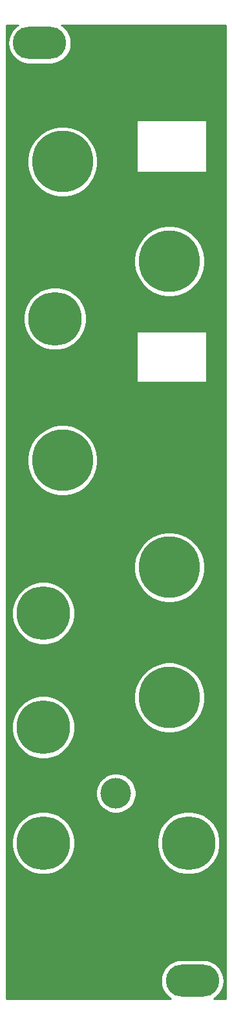
<source format=gbr>
%TF.GenerationSoftware,KiCad,Pcbnew,5.1.9+dfsg1-1~bpo10+1*%
%TF.CreationDate,2022-02-07T13:51:08+08:00*%
%TF.ProjectId,MiniVCF v1.0 - Front,4d696e69-5643-4462-9076-312e30202d20,rev?*%
%TF.SameCoordinates,Original*%
%TF.FileFunction,Copper,L2,Bot*%
%TF.FilePolarity,Positive*%
%FSLAX46Y46*%
G04 Gerber Fmt 4.6, Leading zero omitted, Abs format (unit mm)*
G04 Created by KiCad (PCBNEW 5.1.9+dfsg1-1~bpo10+1) date 2022-02-07 13:51:08*
%MOMM*%
%LPD*%
G01*
G04 APERTURE LIST*
%TA.AperFunction,ComponentPad*%
%ADD10O,7.000000X4.200000*%
%TD*%
%TA.AperFunction,ComponentPad*%
%ADD11C,7.000000*%
%TD*%
%TA.AperFunction,ComponentPad*%
%ADD12C,8.000000*%
%TD*%
%TA.AperFunction,ViaPad*%
%ADD13C,4.000000*%
%TD*%
%TA.AperFunction,NonConductor*%
%ADD14C,0.254000*%
%TD*%
%TA.AperFunction,NonConductor*%
%ADD15C,0.100000*%
%TD*%
G04 APERTURE END LIST*
D10*
%TO.P,REF\u002A\u002A,*%
%TO.N,*%
X65000000Y-165500000D03*
X45000000Y-43000000D03*
%TD*%
D11*
%TO.P,REF\u002A\u002A,*%
%TO.N,*%
X47000000Y-79000000D03*
%TD*%
D12*
%TO.P,REF\u002A\u002A,*%
%TO.N,*%
X48000000Y-97500000D03*
%TD*%
%TO.P,REF\u002A\u002A,*%
%TO.N,*%
X62000000Y-71500000D03*
%TD*%
%TO.P,REF\u002A\u002A,*%
%TO.N,*%
X48000000Y-58500000D03*
%TD*%
%TO.P,REF\u002A\u002A,*%
%TO.N,*%
X62000000Y-111500000D03*
%TD*%
%TO.P,REF\u002A\u002A,*%
%TO.N,*%
X62000000Y-128500000D03*
%TD*%
D11*
%TO.P,REF\u002A\u002A,*%
%TO.N,*%
X45500000Y-117500000D03*
%TD*%
%TO.P,REF\u002A\u002A,*%
%TO.N,*%
X45500000Y-132400000D03*
%TD*%
%TO.P,REF\u002A\u002A,*%
%TO.N,*%
X45500000Y-147500000D03*
%TD*%
%TO.P,REF\u002A\u002A,*%
%TO.N,*%
X64500000Y-147500000D03*
%TD*%
D13*
%TO.N,*%
X55000000Y-141000000D03*
%TD*%
D14*
X42073164Y-40714928D02*
X41656706Y-41056706D01*
X41314928Y-41473164D01*
X41060964Y-41948297D01*
X40904574Y-42463846D01*
X40851767Y-43000000D01*
X40904574Y-43536154D01*
X41060964Y-44051703D01*
X41314928Y-44526836D01*
X41656706Y-44943294D01*
X42073164Y-45285072D01*
X42548297Y-45539036D01*
X43063846Y-45695426D01*
X43465644Y-45735000D01*
X46534356Y-45735000D01*
X46936154Y-45695426D01*
X47451703Y-45539036D01*
X47926836Y-45285072D01*
X48343294Y-44943294D01*
X48685072Y-44526836D01*
X48939036Y-44051703D01*
X49095426Y-43536154D01*
X49148233Y-43000000D01*
X49095426Y-42463846D01*
X48939036Y-41948297D01*
X48685072Y-41473164D01*
X48343294Y-41056706D01*
X47926836Y-40714928D01*
X47824073Y-40660000D01*
X69340000Y-40660000D01*
X69340001Y-167840000D01*
X67824073Y-167840000D01*
X67926836Y-167785072D01*
X68343294Y-167443294D01*
X68685072Y-167026836D01*
X68939036Y-166551703D01*
X69095426Y-166036154D01*
X69148233Y-165500000D01*
X69095426Y-164963846D01*
X68939036Y-164448297D01*
X68685072Y-163973164D01*
X68343294Y-163556706D01*
X67926836Y-163214928D01*
X67451703Y-162960964D01*
X66936154Y-162804574D01*
X66534356Y-162765000D01*
X63465644Y-162765000D01*
X63063846Y-162804574D01*
X62548297Y-162960964D01*
X62073164Y-163214928D01*
X61656706Y-163556706D01*
X61314928Y-163973164D01*
X61060964Y-164448297D01*
X60904574Y-164963846D01*
X60851767Y-165500000D01*
X60904574Y-166036154D01*
X61060964Y-166551703D01*
X61314928Y-167026836D01*
X61656706Y-167443294D01*
X62073164Y-167785072D01*
X62175927Y-167840000D01*
X40660000Y-167840000D01*
X40660000Y-147092738D01*
X41365000Y-147092738D01*
X41365000Y-147907262D01*
X41523906Y-148706135D01*
X41835611Y-149458657D01*
X42288136Y-150135909D01*
X42864091Y-150711864D01*
X43541343Y-151164389D01*
X44293865Y-151476094D01*
X45092738Y-151635000D01*
X45907262Y-151635000D01*
X46706135Y-151476094D01*
X47458657Y-151164389D01*
X48135909Y-150711864D01*
X48711864Y-150135909D01*
X49164389Y-149458657D01*
X49476094Y-148706135D01*
X49635000Y-147907262D01*
X49635000Y-147092738D01*
X60365000Y-147092738D01*
X60365000Y-147907262D01*
X60523906Y-148706135D01*
X60835611Y-149458657D01*
X61288136Y-150135909D01*
X61864091Y-150711864D01*
X62541343Y-151164389D01*
X63293865Y-151476094D01*
X64092738Y-151635000D01*
X64907262Y-151635000D01*
X65706135Y-151476094D01*
X66458657Y-151164389D01*
X67135909Y-150711864D01*
X67711864Y-150135909D01*
X68164389Y-149458657D01*
X68476094Y-148706135D01*
X68635000Y-147907262D01*
X68635000Y-147092738D01*
X68476094Y-146293865D01*
X68164389Y-145541343D01*
X67711864Y-144864091D01*
X67135909Y-144288136D01*
X66458657Y-143835611D01*
X65706135Y-143523906D01*
X64907262Y-143365000D01*
X64092738Y-143365000D01*
X63293865Y-143523906D01*
X62541343Y-143835611D01*
X61864091Y-144288136D01*
X61288136Y-144864091D01*
X60835611Y-145541343D01*
X60523906Y-146293865D01*
X60365000Y-147092738D01*
X49635000Y-147092738D01*
X49476094Y-146293865D01*
X49164389Y-145541343D01*
X48711864Y-144864091D01*
X48135909Y-144288136D01*
X47458657Y-143835611D01*
X46706135Y-143523906D01*
X45907262Y-143365000D01*
X45092738Y-143365000D01*
X44293865Y-143523906D01*
X43541343Y-143835611D01*
X42864091Y-144288136D01*
X42288136Y-144864091D01*
X41835611Y-145541343D01*
X41523906Y-146293865D01*
X41365000Y-147092738D01*
X40660000Y-147092738D01*
X40660000Y-140740475D01*
X52365000Y-140740475D01*
X52365000Y-141259525D01*
X52466261Y-141768601D01*
X52664893Y-142248141D01*
X52953262Y-142679715D01*
X53320285Y-143046738D01*
X53751859Y-143335107D01*
X54231399Y-143533739D01*
X54740475Y-143635000D01*
X55259525Y-143635000D01*
X55768601Y-143533739D01*
X56248141Y-143335107D01*
X56679715Y-143046738D01*
X57046738Y-142679715D01*
X57335107Y-142248141D01*
X57533739Y-141768601D01*
X57635000Y-141259525D01*
X57635000Y-140740475D01*
X57533739Y-140231399D01*
X57335107Y-139751859D01*
X57046738Y-139320285D01*
X56679715Y-138953262D01*
X56248141Y-138664893D01*
X55768601Y-138466261D01*
X55259525Y-138365000D01*
X54740475Y-138365000D01*
X54231399Y-138466261D01*
X53751859Y-138664893D01*
X53320285Y-138953262D01*
X52953262Y-139320285D01*
X52664893Y-139751859D01*
X52466261Y-140231399D01*
X52365000Y-140740475D01*
X40660000Y-140740475D01*
X40660000Y-131992738D01*
X41365000Y-131992738D01*
X41365000Y-132807262D01*
X41523906Y-133606135D01*
X41835611Y-134358657D01*
X42288136Y-135035909D01*
X42864091Y-135611864D01*
X43541343Y-136064389D01*
X44293865Y-136376094D01*
X45092738Y-136535000D01*
X45907262Y-136535000D01*
X46706135Y-136376094D01*
X47458657Y-136064389D01*
X48135909Y-135611864D01*
X48711864Y-135035909D01*
X49164389Y-134358657D01*
X49476094Y-133606135D01*
X49635000Y-132807262D01*
X49635000Y-131992738D01*
X49476094Y-131193865D01*
X49164389Y-130441343D01*
X48711864Y-129764091D01*
X48135909Y-129188136D01*
X47458657Y-128735611D01*
X46706135Y-128423906D01*
X45907262Y-128265000D01*
X45092738Y-128265000D01*
X44293865Y-128423906D01*
X43541343Y-128735611D01*
X42864091Y-129188136D01*
X42288136Y-129764091D01*
X41835611Y-130441343D01*
X41523906Y-131193865D01*
X41365000Y-131992738D01*
X40660000Y-131992738D01*
X40660000Y-128043492D01*
X57365000Y-128043492D01*
X57365000Y-128956508D01*
X57543120Y-129851980D01*
X57892516Y-130695496D01*
X58399760Y-131454640D01*
X59045360Y-132100240D01*
X59804504Y-132607484D01*
X60648020Y-132956880D01*
X61543492Y-133135000D01*
X62456508Y-133135000D01*
X63351980Y-132956880D01*
X64195496Y-132607484D01*
X64954640Y-132100240D01*
X65600240Y-131454640D01*
X66107484Y-130695496D01*
X66456880Y-129851980D01*
X66635000Y-128956508D01*
X66635000Y-128043492D01*
X66456880Y-127148020D01*
X66107484Y-126304504D01*
X65600240Y-125545360D01*
X64954640Y-124899760D01*
X64195496Y-124392516D01*
X63351980Y-124043120D01*
X62456508Y-123865000D01*
X61543492Y-123865000D01*
X60648020Y-124043120D01*
X59804504Y-124392516D01*
X59045360Y-124899760D01*
X58399760Y-125545360D01*
X57892516Y-126304504D01*
X57543120Y-127148020D01*
X57365000Y-128043492D01*
X40660000Y-128043492D01*
X40660000Y-117092738D01*
X41365000Y-117092738D01*
X41365000Y-117907262D01*
X41523906Y-118706135D01*
X41835611Y-119458657D01*
X42288136Y-120135909D01*
X42864091Y-120711864D01*
X43541343Y-121164389D01*
X44293865Y-121476094D01*
X45092738Y-121635000D01*
X45907262Y-121635000D01*
X46706135Y-121476094D01*
X47458657Y-121164389D01*
X48135909Y-120711864D01*
X48711864Y-120135909D01*
X49164389Y-119458657D01*
X49476094Y-118706135D01*
X49635000Y-117907262D01*
X49635000Y-117092738D01*
X49476094Y-116293865D01*
X49164389Y-115541343D01*
X48711864Y-114864091D01*
X48135909Y-114288136D01*
X47458657Y-113835611D01*
X46706135Y-113523906D01*
X45907262Y-113365000D01*
X45092738Y-113365000D01*
X44293865Y-113523906D01*
X43541343Y-113835611D01*
X42864091Y-114288136D01*
X42288136Y-114864091D01*
X41835611Y-115541343D01*
X41523906Y-116293865D01*
X41365000Y-117092738D01*
X40660000Y-117092738D01*
X40660000Y-111043492D01*
X57365000Y-111043492D01*
X57365000Y-111956508D01*
X57543120Y-112851980D01*
X57892516Y-113695496D01*
X58399760Y-114454640D01*
X59045360Y-115100240D01*
X59804504Y-115607484D01*
X60648020Y-115956880D01*
X61543492Y-116135000D01*
X62456508Y-116135000D01*
X63351980Y-115956880D01*
X64195496Y-115607484D01*
X64954640Y-115100240D01*
X65600240Y-114454640D01*
X66107484Y-113695496D01*
X66456880Y-112851980D01*
X66635000Y-111956508D01*
X66635000Y-111043492D01*
X66456880Y-110148020D01*
X66107484Y-109304504D01*
X65600240Y-108545360D01*
X64954640Y-107899760D01*
X64195496Y-107392516D01*
X63351980Y-107043120D01*
X62456508Y-106865000D01*
X61543492Y-106865000D01*
X60648020Y-107043120D01*
X59804504Y-107392516D01*
X59045360Y-107899760D01*
X58399760Y-108545360D01*
X57892516Y-109304504D01*
X57543120Y-110148020D01*
X57365000Y-111043492D01*
X40660000Y-111043492D01*
X40660000Y-97043492D01*
X43365000Y-97043492D01*
X43365000Y-97956508D01*
X43543120Y-98851980D01*
X43892516Y-99695496D01*
X44399760Y-100454640D01*
X45045360Y-101100240D01*
X45804504Y-101607484D01*
X46648020Y-101956880D01*
X47543492Y-102135000D01*
X48456508Y-102135000D01*
X49351980Y-101956880D01*
X50195496Y-101607484D01*
X50954640Y-101100240D01*
X51600240Y-100454640D01*
X52107484Y-99695496D01*
X52456880Y-98851980D01*
X52635000Y-97956508D01*
X52635000Y-97043492D01*
X52456880Y-96148020D01*
X52107484Y-95304504D01*
X51600240Y-94545360D01*
X50954640Y-93899760D01*
X50195496Y-93392516D01*
X49351980Y-93043120D01*
X48456508Y-92865000D01*
X47543492Y-92865000D01*
X46648020Y-93043120D01*
X45804504Y-93392516D01*
X45045360Y-93899760D01*
X44399760Y-94545360D01*
X43892516Y-95304504D01*
X43543120Y-96148020D01*
X43365000Y-97043492D01*
X40660000Y-97043492D01*
X40660000Y-78592738D01*
X42865000Y-78592738D01*
X42865000Y-79407262D01*
X43023906Y-80206135D01*
X43335611Y-80958657D01*
X43788136Y-81635909D01*
X44364091Y-82211864D01*
X45041343Y-82664389D01*
X45793865Y-82976094D01*
X46592738Y-83135000D01*
X47407262Y-83135000D01*
X48206135Y-82976094D01*
X48958657Y-82664389D01*
X49635909Y-82211864D01*
X50211864Y-81635909D01*
X50664389Y-80958657D01*
X50730106Y-80800000D01*
X57673000Y-80800000D01*
X57673000Y-87200000D01*
X57675440Y-87224776D01*
X57682667Y-87248601D01*
X57694403Y-87270557D01*
X57710197Y-87289803D01*
X57729443Y-87305597D01*
X57751399Y-87317333D01*
X57775224Y-87324560D01*
X57800000Y-87327000D01*
X66800000Y-87327000D01*
X66824776Y-87324560D01*
X66848601Y-87317333D01*
X66870557Y-87305597D01*
X66889803Y-87289803D01*
X66905597Y-87270557D01*
X66917333Y-87248601D01*
X66924560Y-87224776D01*
X66927000Y-87200000D01*
X66927000Y-80800000D01*
X66924560Y-80775224D01*
X66917333Y-80751399D01*
X66905597Y-80729443D01*
X66889803Y-80710197D01*
X66870557Y-80694403D01*
X66848601Y-80682667D01*
X66824776Y-80675440D01*
X66800000Y-80673000D01*
X57800000Y-80673000D01*
X57775224Y-80675440D01*
X57751399Y-80682667D01*
X57729443Y-80694403D01*
X57710197Y-80710197D01*
X57694403Y-80729443D01*
X57682667Y-80751399D01*
X57675440Y-80775224D01*
X57673000Y-80800000D01*
X50730106Y-80800000D01*
X50976094Y-80206135D01*
X51135000Y-79407262D01*
X51135000Y-78592738D01*
X50976094Y-77793865D01*
X50664389Y-77041343D01*
X50211864Y-76364091D01*
X49635909Y-75788136D01*
X48958657Y-75335611D01*
X48206135Y-75023906D01*
X47407262Y-74865000D01*
X46592738Y-74865000D01*
X45793865Y-75023906D01*
X45041343Y-75335611D01*
X44364091Y-75788136D01*
X43788136Y-76364091D01*
X43335611Y-77041343D01*
X43023906Y-77793865D01*
X42865000Y-78592738D01*
X40660000Y-78592738D01*
X40660000Y-71043492D01*
X57365000Y-71043492D01*
X57365000Y-71956508D01*
X57543120Y-72851980D01*
X57892516Y-73695496D01*
X58399760Y-74454640D01*
X59045360Y-75100240D01*
X59804504Y-75607484D01*
X60648020Y-75956880D01*
X61543492Y-76135000D01*
X62456508Y-76135000D01*
X63351980Y-75956880D01*
X64195496Y-75607484D01*
X64954640Y-75100240D01*
X65600240Y-74454640D01*
X66107484Y-73695496D01*
X66456880Y-72851980D01*
X66635000Y-71956508D01*
X66635000Y-71043492D01*
X66456880Y-70148020D01*
X66107484Y-69304504D01*
X65600240Y-68545360D01*
X64954640Y-67899760D01*
X64195496Y-67392516D01*
X63351980Y-67043120D01*
X62456508Y-66865000D01*
X61543492Y-66865000D01*
X60648020Y-67043120D01*
X59804504Y-67392516D01*
X59045360Y-67899760D01*
X58399760Y-68545360D01*
X57892516Y-69304504D01*
X57543120Y-70148020D01*
X57365000Y-71043492D01*
X40660000Y-71043492D01*
X40660000Y-58043492D01*
X43365000Y-58043492D01*
X43365000Y-58956508D01*
X43543120Y-59851980D01*
X43892516Y-60695496D01*
X44399760Y-61454640D01*
X45045360Y-62100240D01*
X45804504Y-62607484D01*
X46648020Y-62956880D01*
X47543492Y-63135000D01*
X48456508Y-63135000D01*
X49351980Y-62956880D01*
X50195496Y-62607484D01*
X50954640Y-62100240D01*
X51600240Y-61454640D01*
X52107484Y-60695496D01*
X52456880Y-59851980D01*
X52635000Y-58956508D01*
X52635000Y-58043492D01*
X52456880Y-57148020D01*
X52107484Y-56304504D01*
X51600240Y-55545360D01*
X50954640Y-54899760D01*
X50195496Y-54392516D01*
X49351980Y-54043120D01*
X48456508Y-53865000D01*
X47543492Y-53865000D01*
X46648020Y-54043120D01*
X45804504Y-54392516D01*
X45045360Y-54899760D01*
X44399760Y-55545360D01*
X43892516Y-56304504D01*
X43543120Y-57148020D01*
X43365000Y-58043492D01*
X40660000Y-58043492D01*
X40660000Y-53200000D01*
X57673000Y-53200000D01*
X57673000Y-59800000D01*
X57675440Y-59824776D01*
X57682667Y-59848601D01*
X57694403Y-59870557D01*
X57710197Y-59889803D01*
X57729443Y-59905597D01*
X57751399Y-59917333D01*
X57775224Y-59924560D01*
X57800000Y-59927000D01*
X66800000Y-59927000D01*
X66824776Y-59924560D01*
X66848601Y-59917333D01*
X66870557Y-59905597D01*
X66889803Y-59889803D01*
X66905597Y-59870557D01*
X66917333Y-59848601D01*
X66924560Y-59824776D01*
X66927000Y-59800000D01*
X66927000Y-53200000D01*
X66924560Y-53175224D01*
X66917333Y-53151399D01*
X66905597Y-53129443D01*
X66889803Y-53110197D01*
X66870557Y-53094403D01*
X66848601Y-53082667D01*
X66824776Y-53075440D01*
X66800000Y-53073000D01*
X57800000Y-53073000D01*
X57775224Y-53075440D01*
X57751399Y-53082667D01*
X57729443Y-53094403D01*
X57710197Y-53110197D01*
X57694403Y-53129443D01*
X57682667Y-53151399D01*
X57675440Y-53175224D01*
X57673000Y-53200000D01*
X40660000Y-53200000D01*
X40660000Y-40660000D01*
X42175927Y-40660000D01*
X42073164Y-40714928D01*
%TA.AperFunction,NonConductor*%
D15*
G36*
X42073164Y-40714928D02*
G01*
X41656706Y-41056706D01*
X41314928Y-41473164D01*
X41060964Y-41948297D01*
X40904574Y-42463846D01*
X40851767Y-43000000D01*
X40904574Y-43536154D01*
X41060964Y-44051703D01*
X41314928Y-44526836D01*
X41656706Y-44943294D01*
X42073164Y-45285072D01*
X42548297Y-45539036D01*
X43063846Y-45695426D01*
X43465644Y-45735000D01*
X46534356Y-45735000D01*
X46936154Y-45695426D01*
X47451703Y-45539036D01*
X47926836Y-45285072D01*
X48343294Y-44943294D01*
X48685072Y-44526836D01*
X48939036Y-44051703D01*
X49095426Y-43536154D01*
X49148233Y-43000000D01*
X49095426Y-42463846D01*
X48939036Y-41948297D01*
X48685072Y-41473164D01*
X48343294Y-41056706D01*
X47926836Y-40714928D01*
X47824073Y-40660000D01*
X69340000Y-40660000D01*
X69340001Y-167840000D01*
X67824073Y-167840000D01*
X67926836Y-167785072D01*
X68343294Y-167443294D01*
X68685072Y-167026836D01*
X68939036Y-166551703D01*
X69095426Y-166036154D01*
X69148233Y-165500000D01*
X69095426Y-164963846D01*
X68939036Y-164448297D01*
X68685072Y-163973164D01*
X68343294Y-163556706D01*
X67926836Y-163214928D01*
X67451703Y-162960964D01*
X66936154Y-162804574D01*
X66534356Y-162765000D01*
X63465644Y-162765000D01*
X63063846Y-162804574D01*
X62548297Y-162960964D01*
X62073164Y-163214928D01*
X61656706Y-163556706D01*
X61314928Y-163973164D01*
X61060964Y-164448297D01*
X60904574Y-164963846D01*
X60851767Y-165500000D01*
X60904574Y-166036154D01*
X61060964Y-166551703D01*
X61314928Y-167026836D01*
X61656706Y-167443294D01*
X62073164Y-167785072D01*
X62175927Y-167840000D01*
X40660000Y-167840000D01*
X40660000Y-147092738D01*
X41365000Y-147092738D01*
X41365000Y-147907262D01*
X41523906Y-148706135D01*
X41835611Y-149458657D01*
X42288136Y-150135909D01*
X42864091Y-150711864D01*
X43541343Y-151164389D01*
X44293865Y-151476094D01*
X45092738Y-151635000D01*
X45907262Y-151635000D01*
X46706135Y-151476094D01*
X47458657Y-151164389D01*
X48135909Y-150711864D01*
X48711864Y-150135909D01*
X49164389Y-149458657D01*
X49476094Y-148706135D01*
X49635000Y-147907262D01*
X49635000Y-147092738D01*
X60365000Y-147092738D01*
X60365000Y-147907262D01*
X60523906Y-148706135D01*
X60835611Y-149458657D01*
X61288136Y-150135909D01*
X61864091Y-150711864D01*
X62541343Y-151164389D01*
X63293865Y-151476094D01*
X64092738Y-151635000D01*
X64907262Y-151635000D01*
X65706135Y-151476094D01*
X66458657Y-151164389D01*
X67135909Y-150711864D01*
X67711864Y-150135909D01*
X68164389Y-149458657D01*
X68476094Y-148706135D01*
X68635000Y-147907262D01*
X68635000Y-147092738D01*
X68476094Y-146293865D01*
X68164389Y-145541343D01*
X67711864Y-144864091D01*
X67135909Y-144288136D01*
X66458657Y-143835611D01*
X65706135Y-143523906D01*
X64907262Y-143365000D01*
X64092738Y-143365000D01*
X63293865Y-143523906D01*
X62541343Y-143835611D01*
X61864091Y-144288136D01*
X61288136Y-144864091D01*
X60835611Y-145541343D01*
X60523906Y-146293865D01*
X60365000Y-147092738D01*
X49635000Y-147092738D01*
X49476094Y-146293865D01*
X49164389Y-145541343D01*
X48711864Y-144864091D01*
X48135909Y-144288136D01*
X47458657Y-143835611D01*
X46706135Y-143523906D01*
X45907262Y-143365000D01*
X45092738Y-143365000D01*
X44293865Y-143523906D01*
X43541343Y-143835611D01*
X42864091Y-144288136D01*
X42288136Y-144864091D01*
X41835611Y-145541343D01*
X41523906Y-146293865D01*
X41365000Y-147092738D01*
X40660000Y-147092738D01*
X40660000Y-140740475D01*
X52365000Y-140740475D01*
X52365000Y-141259525D01*
X52466261Y-141768601D01*
X52664893Y-142248141D01*
X52953262Y-142679715D01*
X53320285Y-143046738D01*
X53751859Y-143335107D01*
X54231399Y-143533739D01*
X54740475Y-143635000D01*
X55259525Y-143635000D01*
X55768601Y-143533739D01*
X56248141Y-143335107D01*
X56679715Y-143046738D01*
X57046738Y-142679715D01*
X57335107Y-142248141D01*
X57533739Y-141768601D01*
X57635000Y-141259525D01*
X57635000Y-140740475D01*
X57533739Y-140231399D01*
X57335107Y-139751859D01*
X57046738Y-139320285D01*
X56679715Y-138953262D01*
X56248141Y-138664893D01*
X55768601Y-138466261D01*
X55259525Y-138365000D01*
X54740475Y-138365000D01*
X54231399Y-138466261D01*
X53751859Y-138664893D01*
X53320285Y-138953262D01*
X52953262Y-139320285D01*
X52664893Y-139751859D01*
X52466261Y-140231399D01*
X52365000Y-140740475D01*
X40660000Y-140740475D01*
X40660000Y-131992738D01*
X41365000Y-131992738D01*
X41365000Y-132807262D01*
X41523906Y-133606135D01*
X41835611Y-134358657D01*
X42288136Y-135035909D01*
X42864091Y-135611864D01*
X43541343Y-136064389D01*
X44293865Y-136376094D01*
X45092738Y-136535000D01*
X45907262Y-136535000D01*
X46706135Y-136376094D01*
X47458657Y-136064389D01*
X48135909Y-135611864D01*
X48711864Y-135035909D01*
X49164389Y-134358657D01*
X49476094Y-133606135D01*
X49635000Y-132807262D01*
X49635000Y-131992738D01*
X49476094Y-131193865D01*
X49164389Y-130441343D01*
X48711864Y-129764091D01*
X48135909Y-129188136D01*
X47458657Y-128735611D01*
X46706135Y-128423906D01*
X45907262Y-128265000D01*
X45092738Y-128265000D01*
X44293865Y-128423906D01*
X43541343Y-128735611D01*
X42864091Y-129188136D01*
X42288136Y-129764091D01*
X41835611Y-130441343D01*
X41523906Y-131193865D01*
X41365000Y-131992738D01*
X40660000Y-131992738D01*
X40660000Y-128043492D01*
X57365000Y-128043492D01*
X57365000Y-128956508D01*
X57543120Y-129851980D01*
X57892516Y-130695496D01*
X58399760Y-131454640D01*
X59045360Y-132100240D01*
X59804504Y-132607484D01*
X60648020Y-132956880D01*
X61543492Y-133135000D01*
X62456508Y-133135000D01*
X63351980Y-132956880D01*
X64195496Y-132607484D01*
X64954640Y-132100240D01*
X65600240Y-131454640D01*
X66107484Y-130695496D01*
X66456880Y-129851980D01*
X66635000Y-128956508D01*
X66635000Y-128043492D01*
X66456880Y-127148020D01*
X66107484Y-126304504D01*
X65600240Y-125545360D01*
X64954640Y-124899760D01*
X64195496Y-124392516D01*
X63351980Y-124043120D01*
X62456508Y-123865000D01*
X61543492Y-123865000D01*
X60648020Y-124043120D01*
X59804504Y-124392516D01*
X59045360Y-124899760D01*
X58399760Y-125545360D01*
X57892516Y-126304504D01*
X57543120Y-127148020D01*
X57365000Y-128043492D01*
X40660000Y-128043492D01*
X40660000Y-117092738D01*
X41365000Y-117092738D01*
X41365000Y-117907262D01*
X41523906Y-118706135D01*
X41835611Y-119458657D01*
X42288136Y-120135909D01*
X42864091Y-120711864D01*
X43541343Y-121164389D01*
X44293865Y-121476094D01*
X45092738Y-121635000D01*
X45907262Y-121635000D01*
X46706135Y-121476094D01*
X47458657Y-121164389D01*
X48135909Y-120711864D01*
X48711864Y-120135909D01*
X49164389Y-119458657D01*
X49476094Y-118706135D01*
X49635000Y-117907262D01*
X49635000Y-117092738D01*
X49476094Y-116293865D01*
X49164389Y-115541343D01*
X48711864Y-114864091D01*
X48135909Y-114288136D01*
X47458657Y-113835611D01*
X46706135Y-113523906D01*
X45907262Y-113365000D01*
X45092738Y-113365000D01*
X44293865Y-113523906D01*
X43541343Y-113835611D01*
X42864091Y-114288136D01*
X42288136Y-114864091D01*
X41835611Y-115541343D01*
X41523906Y-116293865D01*
X41365000Y-117092738D01*
X40660000Y-117092738D01*
X40660000Y-111043492D01*
X57365000Y-111043492D01*
X57365000Y-111956508D01*
X57543120Y-112851980D01*
X57892516Y-113695496D01*
X58399760Y-114454640D01*
X59045360Y-115100240D01*
X59804504Y-115607484D01*
X60648020Y-115956880D01*
X61543492Y-116135000D01*
X62456508Y-116135000D01*
X63351980Y-115956880D01*
X64195496Y-115607484D01*
X64954640Y-115100240D01*
X65600240Y-114454640D01*
X66107484Y-113695496D01*
X66456880Y-112851980D01*
X66635000Y-111956508D01*
X66635000Y-111043492D01*
X66456880Y-110148020D01*
X66107484Y-109304504D01*
X65600240Y-108545360D01*
X64954640Y-107899760D01*
X64195496Y-107392516D01*
X63351980Y-107043120D01*
X62456508Y-106865000D01*
X61543492Y-106865000D01*
X60648020Y-107043120D01*
X59804504Y-107392516D01*
X59045360Y-107899760D01*
X58399760Y-108545360D01*
X57892516Y-109304504D01*
X57543120Y-110148020D01*
X57365000Y-111043492D01*
X40660000Y-111043492D01*
X40660000Y-97043492D01*
X43365000Y-97043492D01*
X43365000Y-97956508D01*
X43543120Y-98851980D01*
X43892516Y-99695496D01*
X44399760Y-100454640D01*
X45045360Y-101100240D01*
X45804504Y-101607484D01*
X46648020Y-101956880D01*
X47543492Y-102135000D01*
X48456508Y-102135000D01*
X49351980Y-101956880D01*
X50195496Y-101607484D01*
X50954640Y-101100240D01*
X51600240Y-100454640D01*
X52107484Y-99695496D01*
X52456880Y-98851980D01*
X52635000Y-97956508D01*
X52635000Y-97043492D01*
X52456880Y-96148020D01*
X52107484Y-95304504D01*
X51600240Y-94545360D01*
X50954640Y-93899760D01*
X50195496Y-93392516D01*
X49351980Y-93043120D01*
X48456508Y-92865000D01*
X47543492Y-92865000D01*
X46648020Y-93043120D01*
X45804504Y-93392516D01*
X45045360Y-93899760D01*
X44399760Y-94545360D01*
X43892516Y-95304504D01*
X43543120Y-96148020D01*
X43365000Y-97043492D01*
X40660000Y-97043492D01*
X40660000Y-78592738D01*
X42865000Y-78592738D01*
X42865000Y-79407262D01*
X43023906Y-80206135D01*
X43335611Y-80958657D01*
X43788136Y-81635909D01*
X44364091Y-82211864D01*
X45041343Y-82664389D01*
X45793865Y-82976094D01*
X46592738Y-83135000D01*
X47407262Y-83135000D01*
X48206135Y-82976094D01*
X48958657Y-82664389D01*
X49635909Y-82211864D01*
X50211864Y-81635909D01*
X50664389Y-80958657D01*
X50730106Y-80800000D01*
X57673000Y-80800000D01*
X57673000Y-87200000D01*
X57675440Y-87224776D01*
X57682667Y-87248601D01*
X57694403Y-87270557D01*
X57710197Y-87289803D01*
X57729443Y-87305597D01*
X57751399Y-87317333D01*
X57775224Y-87324560D01*
X57800000Y-87327000D01*
X66800000Y-87327000D01*
X66824776Y-87324560D01*
X66848601Y-87317333D01*
X66870557Y-87305597D01*
X66889803Y-87289803D01*
X66905597Y-87270557D01*
X66917333Y-87248601D01*
X66924560Y-87224776D01*
X66927000Y-87200000D01*
X66927000Y-80800000D01*
X66924560Y-80775224D01*
X66917333Y-80751399D01*
X66905597Y-80729443D01*
X66889803Y-80710197D01*
X66870557Y-80694403D01*
X66848601Y-80682667D01*
X66824776Y-80675440D01*
X66800000Y-80673000D01*
X57800000Y-80673000D01*
X57775224Y-80675440D01*
X57751399Y-80682667D01*
X57729443Y-80694403D01*
X57710197Y-80710197D01*
X57694403Y-80729443D01*
X57682667Y-80751399D01*
X57675440Y-80775224D01*
X57673000Y-80800000D01*
X50730106Y-80800000D01*
X50976094Y-80206135D01*
X51135000Y-79407262D01*
X51135000Y-78592738D01*
X50976094Y-77793865D01*
X50664389Y-77041343D01*
X50211864Y-76364091D01*
X49635909Y-75788136D01*
X48958657Y-75335611D01*
X48206135Y-75023906D01*
X47407262Y-74865000D01*
X46592738Y-74865000D01*
X45793865Y-75023906D01*
X45041343Y-75335611D01*
X44364091Y-75788136D01*
X43788136Y-76364091D01*
X43335611Y-77041343D01*
X43023906Y-77793865D01*
X42865000Y-78592738D01*
X40660000Y-78592738D01*
X40660000Y-71043492D01*
X57365000Y-71043492D01*
X57365000Y-71956508D01*
X57543120Y-72851980D01*
X57892516Y-73695496D01*
X58399760Y-74454640D01*
X59045360Y-75100240D01*
X59804504Y-75607484D01*
X60648020Y-75956880D01*
X61543492Y-76135000D01*
X62456508Y-76135000D01*
X63351980Y-75956880D01*
X64195496Y-75607484D01*
X64954640Y-75100240D01*
X65600240Y-74454640D01*
X66107484Y-73695496D01*
X66456880Y-72851980D01*
X66635000Y-71956508D01*
X66635000Y-71043492D01*
X66456880Y-70148020D01*
X66107484Y-69304504D01*
X65600240Y-68545360D01*
X64954640Y-67899760D01*
X64195496Y-67392516D01*
X63351980Y-67043120D01*
X62456508Y-66865000D01*
X61543492Y-66865000D01*
X60648020Y-67043120D01*
X59804504Y-67392516D01*
X59045360Y-67899760D01*
X58399760Y-68545360D01*
X57892516Y-69304504D01*
X57543120Y-70148020D01*
X57365000Y-71043492D01*
X40660000Y-71043492D01*
X40660000Y-58043492D01*
X43365000Y-58043492D01*
X43365000Y-58956508D01*
X43543120Y-59851980D01*
X43892516Y-60695496D01*
X44399760Y-61454640D01*
X45045360Y-62100240D01*
X45804504Y-62607484D01*
X46648020Y-62956880D01*
X47543492Y-63135000D01*
X48456508Y-63135000D01*
X49351980Y-62956880D01*
X50195496Y-62607484D01*
X50954640Y-62100240D01*
X51600240Y-61454640D01*
X52107484Y-60695496D01*
X52456880Y-59851980D01*
X52635000Y-58956508D01*
X52635000Y-58043492D01*
X52456880Y-57148020D01*
X52107484Y-56304504D01*
X51600240Y-55545360D01*
X50954640Y-54899760D01*
X50195496Y-54392516D01*
X49351980Y-54043120D01*
X48456508Y-53865000D01*
X47543492Y-53865000D01*
X46648020Y-54043120D01*
X45804504Y-54392516D01*
X45045360Y-54899760D01*
X44399760Y-55545360D01*
X43892516Y-56304504D01*
X43543120Y-57148020D01*
X43365000Y-58043492D01*
X40660000Y-58043492D01*
X40660000Y-53200000D01*
X57673000Y-53200000D01*
X57673000Y-59800000D01*
X57675440Y-59824776D01*
X57682667Y-59848601D01*
X57694403Y-59870557D01*
X57710197Y-59889803D01*
X57729443Y-59905597D01*
X57751399Y-59917333D01*
X57775224Y-59924560D01*
X57800000Y-59927000D01*
X66800000Y-59927000D01*
X66824776Y-59924560D01*
X66848601Y-59917333D01*
X66870557Y-59905597D01*
X66889803Y-59889803D01*
X66905597Y-59870557D01*
X66917333Y-59848601D01*
X66924560Y-59824776D01*
X66927000Y-59800000D01*
X66927000Y-53200000D01*
X66924560Y-53175224D01*
X66917333Y-53151399D01*
X66905597Y-53129443D01*
X66889803Y-53110197D01*
X66870557Y-53094403D01*
X66848601Y-53082667D01*
X66824776Y-53075440D01*
X66800000Y-53073000D01*
X57800000Y-53073000D01*
X57775224Y-53075440D01*
X57751399Y-53082667D01*
X57729443Y-53094403D01*
X57710197Y-53110197D01*
X57694403Y-53129443D01*
X57682667Y-53151399D01*
X57675440Y-53175224D01*
X57673000Y-53200000D01*
X40660000Y-53200000D01*
X40660000Y-40660000D01*
X42175927Y-40660000D01*
X42073164Y-40714928D01*
G37*
%TD.AperFunction*%
M02*

</source>
